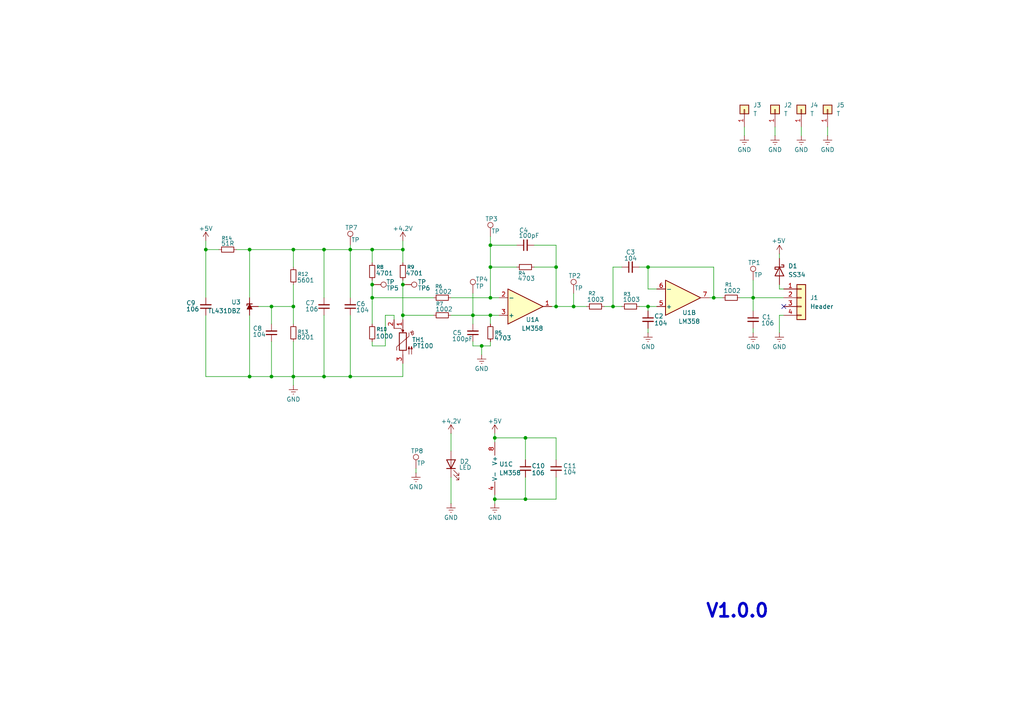
<source format=kicad_sch>
(kicad_sch (version 20250114) (generator "eeschema") (generator_version "9.0")
  (paper "A4")
  (lib_symbols
    (symbol "Amplifier_Operational:LM358" (pin_names (offset 0.127))
      (property "Reference" "U" (at 0 5.08 0))
      (property "Value" "LM358" (at 0 -5.08 0))
      (symbol "LM358_1_1"
        (polyline (pts (xy -5.08 5.08) (xy 5.08 0) (xy -5.08 -5.08) (xy -5.08 5.08)) (stroke (width 0.254)) (fill (type background)))
        (pin input line (at -7.62 2.54 0) (length 2.54) (name "+") (number "3"))
        (pin input line (at -7.62 -2.54 0) (length 2.54) (name "-") (number "2"))
        (pin output line (at 7.62 0 180) (length 2.54) (name "~") (number "1"))
      )
      (symbol "LM358_2_1"
        (polyline (pts (xy -5.08 5.08) (xy 5.08 0) (xy -5.08 -5.08) (xy -5.08 5.08)) (stroke (width 0.254)) (fill (type background)))
        (pin input line (at -7.62 2.54 0) (length 2.54) (name "+") (number "5"))
        (pin input line (at -7.62 -2.54 0) (length 2.54) (name "-") (number "6"))
        (pin output line (at 7.62 0 180) (length 2.54) (name "~") (number "7"))
      )
      (symbol "LM358_3_1"
        (pin power_in line (at -2.54 7.62 270) (length 3.81) (name "V+") (number "8"))
        (pin power_in line (at -2.54 -7.62 90) (length 3.81) (name "V-") (number "4"))
      )
    )
    (symbol "Connector:TestPoint" (pin_numbers (hide yes)) (pin_names (offset 0.762) (hide yes))
      (property "Reference" "TP" (at 0 6.858 0))
      (property "Value" "TestPoint" (at 0 5.08 0))
      (symbol "TestPoint_0_1"
        (circle (center 0 3.302) (radius 0.762))
      )
      (symbol "TestPoint_1_1"
        (pin passive line (at 0 0 90) (length 2.54) (name "1") (number "1"))
      )
    )
    (symbol "Connector_Generic:Conn_01x01" (pin_names (offset 1.016) (hide yes))
      (property "Reference" "J" (at 0 2.54 0))
      (property "Value" "Conn_01x01" (at 0 -2.54 0))
      (symbol "Conn_01x01_1_1"
        (rectangle (start -1.27 1.27) (end 1.27 -1.27) (stroke (width 0.254)) (fill (type background)))
        (rectangle (start -1.27 0.127) (end 0 -0.127) (stroke (width 0.1524)))
        (pin passive line (at -5.08 0 0) (length 3.81) (name "Pin_1") (number "1"))
      )
    )
    (symbol "Connector_Generic:Conn_01x04" (pin_names (offset 1.016) (hide yes))
      (property "Reference" "J" (at 0 5.08 0))
      (property "Value" "Conn_01x04" (at 0 -7.62 0))
      (symbol "Conn_01x04_1_1"
        (rectangle (start -1.27 3.81) (end 1.27 -6.35) (stroke (width 0.254)) (fill (type background)))
        (rectangle (start -1.27 2.667) (end 0 2.413) (stroke (width 0.1524)))
        (rectangle (start -1.27 0.127) (end 0 -0.127) (stroke (width 0.1524)))
        (rectangle (start -1.27 -2.413) (end 0 -2.667) (stroke (width 0.1524)))
        (rectangle (start -1.27 -4.953) (end 0 -5.207) (stroke (width 0.1524)))
        (pin passive line (at -5.08 2.54 0) (length 3.81) (name "Pin_1") (number "1"))
        (pin passive line (at -5.08 0 0) (length 3.81) (name "Pin_2") (number "2"))
        (pin passive line (at -5.08 -2.54 0) (length 3.81) (name "Pin_3") (number "3"))
        (pin passive line (at -5.08 -5.08 0) (length 3.81) (name "Pin_4") (number "4"))
      )
    )
    (symbol "Device:C_Small" (pin_numbers (hide yes)) (pin_names (offset 0.254) (hide yes))
      (property "Reference" "C" (at 0.254 1.778 0))
      (property "Value" "C_Small" (at 0.254 -2.032 0))
      (symbol "C_Small_0_1"
        (polyline (pts (xy -1.524 0.508) (xy 1.524 0.508)) (stroke (width 0.3048)))
        (polyline (pts (xy -1.524 -0.508) (xy 1.524 -0.508)) (stroke (width 0.3302)))
      )
      (symbol "C_Small_1_1"
        (pin passive line (at 0 2.54 270) (length 2.032) (name "~") (number "1"))
        (pin passive line (at 0 -2.54 90) (length 2.032) (name "~") (number "2"))
      )
    )
    (symbol "Device:LED" (pin_numbers (hide yes)) (pin_names (offset 1.016) (hide yes))
      (property "Reference" "D" (at 0 2.54 0))
      (property "Value" "LED" (at 0 -2.54 0))
      (symbol "LED_0_1"
        (polyline (pts (xy -3.048 -0.762) (xy -4.572 -2.286) (xy -3.81 -2.286) (xy -4.572 -2.286) (xy -4.572 -1.524)))
        (polyline (pts (xy -1.778 -0.762) (xy -3.302 -2.286) (xy -2.54 -2.286) (xy -3.302 -2.286) (xy -3.302 -1.524)))
        (polyline (pts (xy -1.27 0) (xy 1.27 0)))
        (polyline (pts (xy -1.27 -1.27) (xy -1.27 1.27)) (stroke (width 0.254)))
        (polyline (pts (xy 1.27 -1.27) (xy 1.27 1.27) (xy -1.27 0) (xy 1.27 -1.27)) (stroke (width 0.254)))
      )
      (symbol "LED_1_1"
        (pin passive line (at -3.81 0 0) (length 2.54) (name "K") (number "1"))
        (pin passive line (at 3.81 0 180) (length 2.54) (name "A") (number "2"))
      )
    )
    (symbol "Device:R_Small" (pin_numbers (hide yes)) (pin_names (offset 0.254) (hide yes))
      (property "Reference" "R" (at 0 0 90))
      (property "Value" "R_Small" (at 1.778 0 90))
      (symbol "R_Small_0_1"
        (rectangle (start -0.762 1.778) (end 0.762 -1.778) (stroke (width 0.2032)))
      )
      (symbol "R_Small_1_1"
        (pin passive line (at 0 2.54 270) (length 0.762) (name "~") (number "1"))
        (pin passive line (at 0 -2.54 90) (length 0.762) (name "~") (number "2"))
      )
    )
    (symbol "Device:Thermistor_PTC_3Wire" (pin_names (offset 0))
      (property "Reference" "TH" (at 1.905 1.27 0))
      (property "Value" "Thermistor_PTC_3Wire" (at 1.905 -1.27 0))
      (symbol "Thermistor_PTC_3Wire_0_1"
        (arc (start -3.175 2.413) (mid -3.0506 2.3165) (end -3.048 2.159))
        (arc (start -3.048 2.794) (mid -2.9736 2.9736) (end -2.794 3.048))
        (arc (start -2.794 3.048) (mid -2.6144 2.9736) (end -2.54 2.794))
        (arc (start -2.794 2.54) (mid -2.9736 2.6144) (end -3.048 2.794))
        (arc (start -2.794 1.905) (mid -2.9736 1.9794) (end -3.048 2.159))
        (arc (start -2.54 2.159) (mid -2.6144 1.9794) (end -2.794 1.905))
        (arc (start -2.159 2.794) (mid -2.434 2.5608) (end -2.794 2.54))
        (polyline (pts (xy -2.54 2.159) (xy -2.54 2.794)))
        (polyline (pts (xy -2.54 -3.683) (xy -2.54 -1.397) (xy -2.794 -2.159) (xy -2.286 -2.159) (xy -2.54 -1.397) (xy -2.54 -1.651)) (fill (type outline)))
        (polyline (pts (xy -1.778 2.54) (xy -1.778 1.524) (xy 1.778 -1.524) (xy 1.778 -2.54)))
        (polyline (pts (xy -1.778 -3.683) (xy -1.778 -1.397) (xy -2.032 -2.159) (xy -1.524 -2.159) (xy -1.778 -1.397) (xy -1.778 -1.651)) (fill (type outline)))
        (rectangle (start -1.016 2.54) (end 1.016 -2.54) (stroke (width 0.254)))
        (polyline (pts (xy 0 3.81) (xy 0 2.54)))
        (circle (center 0 3.175) (radius 0.2794) (fill (type outline)))
        (polyline (pts (xy 0 -3.81) (xy 0 -2.54)))
        (polyline (pts (xy 2.54 3.81) (xy 0.635 3.81) (xy 0 3.175)))
      )
      (symbol "Thermistor_PTC_3Wire_1_1"
        (pin passive line (at 0 6.35 270) (length 2.54) (name "~") (number "1"))
        (pin passive line (at 0 -6.35 90) (length 2.54) (name "~") (number "3"))
        (pin passive line (at 2.54 6.35 270) (length 2.54) (name "~") (number "2"))
      )
    )
    (symbol "Diode:SS34" (pin_numbers (hide yes)) (pin_names (offset 1.016) (hide yes))
      (property "Reference" "D" (at 0 2.54 0))
      (property "Value" "SS34" (at 0 -2.54 0))
      (symbol "SS34_0_1"
        (polyline (pts (xy -1.905 0.635) (xy -1.905 1.27) (xy -1.27 1.27) (xy -1.27 -1.27) (xy -0.635 -1.27) (xy -0.635 -0.635)) (stroke (width 0.254)))
        (polyline (pts (xy 1.27 1.27) (xy 1.27 -1.27) (xy -1.27 0) (xy 1.27 1.27)) (stroke (width 0.254)))
        (polyline (pts (xy 1.27 0) (xy -1.27 0)))
      )
      (symbol "SS34_1_1"
        (pin passive line (at -3.81 0 0) (length 2.54) (name "K") (number "1"))
        (pin passive line (at 3.81 0 180) (length 2.54) (name "A") (number "2"))
      )
    )
    (symbol "Reference_Voltage:TL431DBZ" (pin_numbers (hide yes)) (pin_names (hide yes))
      (property "Reference" "U3" (at 1.2701 -2.54 90))
      (property "Value" "TL431DBZ" (at -1.2699 -2.54 90))
      (symbol "TL431DBZ_0_1"
        (polyline (pts (xy -1.27 0) (xy 0 0) (xy 1.27 0)))
        (polyline (pts (xy -0.762 -0.762) (xy -0.762 0.762) (xy 0.762 0) (xy -0.762 -0.762)) (fill (type outline)))
        (polyline (pts (xy 0.254 -0.762) (xy 0.762 -0.762) (xy 0.762 0.762) (xy 0.762 0.762)) (stroke (width 0.254)))
      )
      (symbol "TL431DBZ_1_1"
        (pin passive line (at -2.54 0 0) (length 2.54) (name "A") (number "3"))
        (pin passive line (at 0 2.54 270) (length 2.54) (name "REF") (number "1"))
        (pin passive line (at 2.54 0 180) (length 2.54) (name "K") (number "2"))
      )
    )
    (symbol "power:+5V" (power) (pin_numbers (hide yes)) (pin_names (offset 0) (hide yes))
      (property "Value" "+5V" (at 0 3.556 0))
      (symbol "+5V_0_1"
        (polyline (pts (xy -0.762 1.27) (xy 0 2.54)))
        (polyline (pts (xy 0 2.54) (xy 0.762 1.27)))
        (polyline (pts (xy 0 0) (xy 0 2.54)))
      )
      (symbol "+5V_1_1"
        (pin power_in line (at 0 0 90) (length 0) (name "~") (number "1"))
      )
    )
    (symbol "power:Earth" (power) (pin_numbers (hide yes)) (pin_names (offset 0) (hide yes))
      (property "Value" "Earth" (at 0 -3.81 0))
      (symbol "Earth_0_1"
        (polyline (pts (xy -0.635 -1.905) (xy 0.635 -1.905)))
        (polyline (pts (xy -0.127 -2.54) (xy 0.127 -2.54)))
        (polyline (pts (xy 0 -1.27) (xy 0 0)))
        (polyline (pts (xy 1.27 -1.27) (xy -1.27 -1.27)))
      )
      (symbol "Earth_1_1"
        (pin power_in line (at 0 0 270) (length 0) (name "~") (number "1"))
      )
    )
  )
  (text "V1.0.0" (at 213.868 177.292 0) (effects (font (size 3.81 3.81) (thickness 0.762) (bold yes))))
  (text "PT100 ºãÑ¹µçÇÅµ÷ÀíµçÂ·" (at 213.868 170.18 0) (effects (font (size 3.81 3.81) (thickness 0.762) (bold yes))))
  (junction (at 143.51 127))
  (junction (at 142.24 71.12))
  (junction (at 116.84 72.39))
  (junction (at 142.24 77.47))
  (junction (at 142.24 86.36))
  (junction (at 166.37 88.9))
  (junction (at 142.24 91.44))
  (junction (at 187.96 77.47))
  (junction (at 107.95 82.55))
  (junction (at 187.96 88.9))
  (junction (at 116.84 91.44))
  (junction (at 137.16 91.44))
  (junction (at 116.84 82.55))
  (junction (at 85.09 88.9))
  (junction (at 101.6 109.22))
  (junction (at 152.4 144.78))
  (junction (at 143.51 144.78))
  (junction (at 139.7 100.33))
  (junction (at 93.98 72.39))
  (junction (at 152.4 127))
  (junction (at 72.39 72.39))
  (junction (at 85.09 109.22))
  (junction (at 78.74 109.22))
  (junction (at 207.01 86.36))
  (junction (at 93.98 109.22))
  (junction (at 161.29 77.47))
  (junction (at 101.6 72.39))
  (junction (at 78.74 88.9))
  (junction (at 218.44 86.36))
  (junction (at 72.39 109.22))
  (junction (at 107.95 72.39))
  (junction (at 59.69 72.39))
  (junction (at 161.29 88.9))
  (junction (at 177.8 88.9))
  (junction (at 107.95 86.36))
  (junction (at 85.09 72.39))
  (no_connect (at 227.33 88.9))
  (wire (pts (xy 142.24 68.58) (xy 142.24 71.12)))
  (wire (pts (xy 116.84 91.44) (xy 125.73 91.44)))
  (wire (pts (xy 78.74 93.98) (xy 78.74 88.9)))
  (wire (pts (xy 142.24 77.47) (xy 149.86 77.47)))
  (wire (pts (xy 111.76 91.44) (xy 114.3 91.44)))
  (wire (pts (xy 161.29 71.12) (xy 161.29 77.47)))
  (wire (pts (xy 130.81 91.44) (xy 137.16 91.44)))
  (wire (pts (xy 143.51 125.73) (xy 143.51 127)))
  (wire (pts (xy 72.39 91.44) (xy 72.39 109.22)))
  (wire (pts (xy 130.81 125.73) (xy 130.81 130.81)))
  (wire (pts (xy 152.4 127) (xy 152.4 133.35)))
  (wire (pts (xy 226.06 73.66) (xy 226.06 74.93)))
  (wire (pts (xy 161.29 88.9) (xy 166.37 88.9)))
  (wire (pts (xy 107.95 86.36) (xy 125.73 86.36)))
  (wire (pts (xy 209.55 86.36) (xy 207.01 86.36)))
  (wire (pts (xy 143.51 127) (xy 143.51 128.27)))
  (wire (pts (xy 107.95 81.28) (xy 107.95 82.55)))
  (wire (pts (xy 72.39 72.39) (xy 85.09 72.39)))
  (wire (pts (xy 161.29 138.43) (xy 161.29 144.78)))
  (wire (pts (xy 78.74 99.06) (xy 78.74 109.22)))
  (wire (pts (xy 214.63 86.36) (xy 218.44 86.36)))
  (wire (pts (xy 116.84 105.41) (xy 116.84 109.22)))
  (wire (pts (xy 93.98 109.22) (xy 101.6 109.22)))
  (wire (pts (xy 107.95 76.2) (xy 107.95 72.39)))
  (wire (pts (xy 161.29 77.47) (xy 161.29 88.9)))
  (wire (pts (xy 93.98 72.39) (xy 101.6 72.39)))
  (wire (pts (xy 120.65 137.16) (xy 120.65 135.89)))
  (wire (pts (xy 187.96 77.47) (xy 207.01 77.47)))
  (wire (pts (xy 101.6 86.36) (xy 101.6 72.39)))
  (wire (pts (xy 166.37 88.9) (xy 170.18 88.9)))
  (wire (pts (xy 116.84 69.85) (xy 116.84 72.39)))
  (wire (pts (xy 224.79 39.37) (xy 224.79 36.83)))
  (wire (pts (xy 175.26 88.9) (xy 177.8 88.9)))
  (wire (pts (xy 107.95 82.55) (xy 107.95 86.36)))
  (wire (pts (xy 85.09 77.47) (xy 85.09 72.39)))
  (wire (pts (xy 101.6 91.44) (xy 101.6 109.22)))
  (wire (pts (xy 187.96 95.25) (xy 187.96 96.52)))
  (wire (pts (xy 93.98 91.44) (xy 93.98 109.22)))
  (wire (pts (xy 142.24 100.33) (xy 142.24 99.06)))
  (wire (pts (xy 142.24 91.44) (xy 144.78 91.44)))
  (wire (pts (xy 139.7 102.87) (xy 139.7 100.33)))
  (wire (pts (xy 142.24 77.47) (xy 142.24 71.12)))
  (wire (pts (xy 116.84 81.28) (xy 116.84 82.55)))
  (wire (pts (xy 137.16 93.98) (xy 137.16 91.44)))
  (wire (pts (xy 218.44 95.25) (xy 218.44 96.52)))
  (wire (pts (xy 226.06 96.52) (xy 226.06 91.44)))
  (wire (pts (xy 137.16 99.06) (xy 137.16 100.33)))
  (wire (pts (xy 72.39 86.36) (xy 72.39 72.39)))
  (wire (pts (xy 232.41 39.37) (xy 232.41 36.83)))
  (wire (pts (xy 215.9 39.37) (xy 215.9 36.83)))
  (wire (pts (xy 111.76 91.44) (xy 111.76 100.33)))
  (wire (pts (xy 116.84 91.44) (xy 116.84 92.71)))
  (wire (pts (xy 59.69 72.39) (xy 63.5 72.39)))
  (wire (pts (xy 160.02 88.9) (xy 161.29 88.9)))
  (wire (pts (xy 218.44 86.36) (xy 227.33 86.36)))
  (wire (pts (xy 226.06 91.44) (xy 227.33 91.44)))
  (wire (pts (xy 59.69 109.22) (xy 72.39 109.22)))
  (wire (pts (xy 187.96 88.9) (xy 190.5 88.9)))
  (wire (pts (xy 130.81 146.05) (xy 130.81 138.43)))
  (wire (pts (xy 154.94 77.47) (xy 161.29 77.47)))
  (wire (pts (xy 85.09 111.76) (xy 85.09 109.22)))
  (wire (pts (xy 116.84 72.39) (xy 116.84 76.2)))
  (wire (pts (xy 85.09 109.22) (xy 93.98 109.22)))
  (wire (pts (xy 185.42 77.47) (xy 187.96 77.47)))
  (wire (pts (xy 85.09 99.06) (xy 85.09 109.22)))
  (wire (pts (xy 59.69 91.44) (xy 59.69 109.22)))
  (wire (pts (xy 78.74 88.9) (xy 85.09 88.9)))
  (wire (pts (xy 101.6 71.12) (xy 101.6 72.39)))
  (wire (pts (xy 143.51 127) (xy 152.4 127)))
  (wire (pts (xy 205.74 86.36) (xy 207.01 86.36)))
  (wire (pts (xy 161.29 127) (xy 161.29 133.35)))
  (wire (pts (xy 72.39 109.22) (xy 78.74 109.22)))
  (wire (pts (xy 143.51 144.78) (xy 152.4 144.78)))
  (wire (pts (xy 116.84 82.55) (xy 116.84 91.44)))
  (wire (pts (xy 107.95 100.33) (xy 111.76 100.33)))
  (wire (pts (xy 107.95 99.06) (xy 107.95 100.33)))
  (wire (pts (xy 137.16 100.33) (xy 139.7 100.33)))
  (wire (pts (xy 177.8 77.47) (xy 180.34 77.47)))
  (wire (pts (xy 144.78 86.36) (xy 142.24 86.36)))
  (wire (pts (xy 85.09 72.39) (xy 93.98 72.39)))
  (wire (pts (xy 152.4 144.78) (xy 161.29 144.78)))
  (wire (pts (xy 139.7 100.33) (xy 142.24 100.33)))
  (wire (pts (xy 59.69 69.85) (xy 59.69 72.39)))
  (wire (pts (xy 142.24 77.47) (xy 142.24 86.36)))
  (wire (pts (xy 143.51 146.05) (xy 143.51 144.78)))
  (wire (pts (xy 152.4 138.43) (xy 152.4 144.78)))
  (wire (pts (xy 78.74 109.22) (xy 85.09 109.22)))
  (wire (pts (xy 187.96 77.47) (xy 187.96 83.82)))
  (wire (pts (xy 187.96 88.9) (xy 187.96 90.17)))
  (wire (pts (xy 137.16 85.09) (xy 137.16 91.44)))
  (wire (pts (xy 226.06 82.55) (xy 226.06 83.82)))
  (wire (pts (xy 85.09 82.55) (xy 85.09 88.9)))
  (wire (pts (xy 240.03 39.37) (xy 240.03 36.83)))
  (wire (pts (xy 218.44 86.36) (xy 218.44 90.17)))
  (wire (pts (xy 177.8 88.9) (xy 180.34 88.9)))
  (wire (pts (xy 137.16 91.44) (xy 142.24 91.44)))
  (wire (pts (xy 85.09 88.9) (xy 85.09 93.98)))
  (wire (pts (xy 166.37 85.09) (xy 166.37 88.9)))
  (wire (pts (xy 107.95 86.36) (xy 107.95 93.98)))
  (wire (pts (xy 101.6 109.22) (xy 116.84 109.22)))
  (wire (pts (xy 142.24 93.98) (xy 142.24 91.44)))
  (wire (pts (xy 143.51 144.78) (xy 143.51 143.51)))
  (wire (pts (xy 107.95 72.39) (xy 116.84 72.39)))
  (wire (pts (xy 93.98 86.36) (xy 93.98 72.39)))
  (wire (pts (xy 154.94 71.12) (xy 161.29 71.12)))
  (wire (pts (xy 114.3 91.44) (xy 114.3 92.71)))
  (wire (pts (xy 226.06 83.82) (xy 227.33 83.82)))
  (wire (pts (xy 190.5 83.82) (xy 187.96 83.82)))
  (wire (pts (xy 59.69 86.36) (xy 59.69 72.39)))
  (wire (pts (xy 130.81 86.36) (xy 142.24 86.36)))
  (wire (pts (xy 142.24 71.12) (xy 149.86 71.12)))
  (wire (pts (xy 101.6 72.39) (xy 107.95 72.39)))
  (wire (pts (xy 68.58 72.39) (xy 72.39 72.39)))
  (wire (pts (xy 152.4 127) (xy 161.29 127)))
  (wire (pts (xy 218.44 81.28) (xy 218.44 86.36)))
  (wire (pts (xy 185.42 88.9) (xy 187.96 88.9)))
  (wire (pts (xy 207.01 77.47) (xy 207.01 86.36)))
  (wire (pts (xy 177.8 88.9) (xy 177.8 77.47)))
  (wire (pts (xy 74.93 88.9) (xy 78.74 88.9)))
  (symbol (lib_id "Device:R_Small") (at 152.4 77.47 90) (unit 1)
    (property "Reference" "R4" (at 151.384 79.248 90) (effects (font (size 1.016 1.016))))
    (property "Value" "4703" (at 152.654 80.772 90))
    (property "Footprint" "Resistor_SMD:R_0805_2012Metric_Pad1.20x1.40mm_HandSolder" (effects (hide yes)))
    (property "Description" "Resistor, small symbol" (effects (hide yes)))
  )
  (symbol (lib_id "Device:R_Small") (at 142.24 96.52 180) (unit 1)
    (property "Reference" "R5" (at 144.526 96.52 0) (effects (font (size 1.016 1.016))))
    (property "Value" "4703" (at 145.796 98.044 0))
    (property "Footprint" "Resistor_SMD:R_0805_2012Metric_Pad1.20x1.40mm_HandSolder" (effects (hide yes)))
    (property "Description" "Resistor, small symbol" (effects (hide yes)))
  )
  (symbol (lib_id "Connector_Generic:Conn_01x01") (at 240.03 31.75 90) (unit 1)
    (property "Reference" "J5" (at 242.57 30.4799 90) (effects (justify right)))
    (property "Value" "T" (at 242.57 33.0199 90) (effects (justify right)))
    (property "Footprint" "MountingHole:MountingHole_3.2mm_M3_DIN965_Pad" (effects (hide yes)))
    (property "Description" "Generic connector, single row, 01x01, script generated (kicad-library-utils/schlib/autogen/connector/)" (effects (hide yes)))
  )
  (symbol (lib_id "Device:C_Small") (at 152.4 71.12 90) (unit 1)
    (property "Reference" "C4" (at 151.892 66.802 90))
    (property "Value" "100pF" (at 153.416 68.326 90))
    (property "Footprint" "Capacitor_SMD:C_0805_2012Metric_Pad1.18x1.45mm_HandSolder" (effects (hide yes)))
    (property "Description" "Unpolarized capacitor, small symbol" (effects (hide yes)))
  )
  (symbol (lib_id "power:Earth") (at 232.41 39.37 0) (unit 1)
    (property "Reference" "#PWR016" (effects (hide yes)))
    (property "Value" "GND" (at 232.41 43.434 0))
    (property "Description" "Power symbol creates a global label with name \"Earth\"" (effects (hide yes)))
  )
  (symbol (lib_id "Device:R_Small") (at 212.09 86.36 90) (unit 1)
    (property "Reference" "R1" (at 211.328 82.55 90) (effects (font (size 1.016 1.016))))
    (property "Value" "1002" (at 212.344 84.328 90))
    (property "Footprint" "Resistor_SMD:R_0805_2012Metric_Pad1.20x1.40mm_HandSolder" (effects (hide yes)))
    (property "Description" "Resistor, small symbol" (effects (hide yes)))
  )
  (symbol (lib_id "Device:C_Small") (at 101.6 88.9 180) (unit 1)
    (property "Reference" "C6" (at 104.648 88.138 0))
    (property "Value" "104" (at 105.156 89.916 0))
    (property "Footprint" "Capacitor_SMD:C_0805_2012Metric_Pad1.18x1.45mm_HandSolder" (effects (hide yes)))
    (property "Description" "Unpolarized capacitor, small symbol" (effects (hide yes)))
  )
  (symbol (lib_id "power:+5V") (at 130.81 125.73 0) (unit 1)
    (property "Reference" "#PWR011" (effects (hide yes)))
    (property "Value" "+4.2V" (at 130.81 122.174 0))
    (property "Description" "Power symbol creates a global label with name \"+5V\"" (effects (hide yes)))
  )
  (symbol (lib_id "Connector:TestPoint") (at 101.6 71.12 0) (unit 1)
    (property "Reference" "TP7" (at 100.076 66.04 0) (effects (justify left)))
    (property "Value" "TP" (at 101.854 69.596 0) (effects (justify left)))
    (property "Footprint" "Connector_PinSocket_2.54mm:PinSocket_1x01_P2.54mm_Vertical" (effects (hide yes)))
    (property "Description" "test point" (effects (hide yes)))
  )
  (symbol (lib_id "Connector:TestPoint") (at 142.24 68.58 0) (unit 1)
    (property "Reference" "TP3" (at 140.716 63.5 0) (effects (justify left)))
    (property "Value" "TP" (at 142.494 67.056 0) (effects (justify left)))
    (property "Footprint" "Connector_PinSocket_2.54mm:PinSocket_1x01_P2.54mm_Vertical" (effects (hide yes)))
    (property "Description" "test point" (effects (hide yes)))
  )
  (symbol (lib_id "Device:R_Small") (at 107.95 78.74 180) (unit 1)
    (property "Reference" "R8" (at 110.236 77.47 0) (effects (font (size 1.016 1.016))))
    (property "Value" "4701" (at 111.506 79.248 0))
    (property "Footprint" "Resistor_SMD:R_0805_2012Metric_Pad1.20x1.40mm_HandSolder" (effects (hide yes)))
    (property "Description" "Resistor, small symbol" (effects (hide yes)))
  )
  (symbol (lib_id "Device:C_Small") (at 187.96 92.71 0) (unit 1)
    (property "Reference" "C2" (at 189.738 91.694 0) (effects (justify left)))
    (property "Value" "104" (at 189.738 93.726 0) (effects (justify left)))
    (property "Footprint" "Capacitor_SMD:C_0805_2012Metric_Pad1.18x1.45mm_HandSolder" (effects (hide yes)))
    (property "Description" "Unpolarized capacitor, small symbol" (effects (hide yes)))
  )
  (symbol (lib_id "Device:R_Small") (at 107.95 96.52 180) (unit 1)
    (property "Reference" "R10" (at 110.744 95.504 0) (effects (font (size 1.016 1.016))))
    (property "Value" "1000" (at 111.506 97.536 0))
    (property "Footprint" "Resistor_SMD:R_0805_2012Metric_Pad1.20x1.40mm_HandSolder" (effects (hide yes)))
    (property "Description" "Resistor, small symbol" (effects (hide yes)))
  )
  (symbol (lib_id "Device:R_Small") (at 182.88 88.9 90) (unit 1)
    (property "Reference" "R3" (at 181.864 85.344 90) (effects (font (size 1.016 1.016))))
    (property "Value" "1003" (at 183.134 86.868 90))
    (property "Footprint" "Resistor_SMD:R_0805_2012Metric_Pad1.20x1.40mm_HandSolder" (effects (hide yes)))
    (property "Description" "Resistor, small symbol" (effects (hide yes)))
  )
  (symbol (lib_id "Device:C_Small") (at 218.44 92.71 0) (unit 1)
    (property "Reference" "C1" (at 220.98 91.948 0) (effects (justify left)))
    (property "Value" "106" (at 220.726 93.726 0) (effects (justify left)))
    (property "Footprint" "Capacitor_SMD:C_0805_2012Metric_Pad1.18x1.45mm_HandSolder" (effects (hide yes)))
    (property "Description" "Unpolarized capacitor, small symbol" (effects (hide yes)))
  )
  (symbol (lib_id "Device:C_Small") (at 182.88 77.47 90) (unit 1)
    (property "Reference" "C3" (at 182.88 73.152 90))
    (property "Value" "104" (at 182.88 74.93 90))
    (property "Footprint" "Capacitor_SMD:C_0805_2012Metric_Pad1.18x1.45mm_HandSolder" (effects (hide yes)))
    (property "Description" "Unpolarized capacitor, small symbol" (effects (hide yes)))
  )
  (symbol (lib_id "Device:R_Small") (at 128.27 86.36 90) (unit 1)
    (property "Reference" "R6" (at 127.254 83.058 90) (effects (font (size 1.016 1.016))))
    (property "Value" "1002" (at 128.524 84.582 90))
    (property "Footprint" "Resistor_SMD:R_0805_2012Metric_Pad1.20x1.40mm_HandSolder" (effects (hide yes)))
    (property "Description" "Resistor, small symbol" (effects (hide yes)))
  )
  (symbol (lib_id "Connector:TestPoint") (at 166.37 85.09 0) (unit 1)
    (property "Reference" "TP2" (at 164.846 80.01 0) (effects (justify left)))
    (property "Value" "TP" (at 166.624 83.566 0) (effects (justify left)))
    (property "Footprint" "Connector_PinSocket_2.54mm:PinSocket_1x01_P2.54mm_Vertical" (effects (hide yes)))
    (property "Description" "test point" (effects (hide yes)))
  )
  (symbol (lib_id "power:Earth") (at 224.79 39.37 0) (unit 1)
    (property "Reference" "#PWR015" (effects (hide yes)))
    (property "Value" "GND" (at 224.79 43.434 0))
    (property "Description" "Power symbol creates a global label with name \"Earth\"" (effects (hide yes)))
  )
  (symbol (lib_id "Device:R_Small") (at 85.09 80.01 180) (unit 1)
    (property "Reference" "R12" (at 87.884 79.502 0) (effects (font (size 1.016 1.016))))
    (property "Value" "5601" (at 88.646 81.28 0))
    (property "Footprint" "Resistor_SMD:R_0805_2012Metric_Pad1.20x1.40mm_HandSolder" (effects (hide yes)))
    (property "Description" "Resistor, small symbol" (effects (hide yes)))
  )
  (symbol (lib_id "power:Earth") (at 143.51 146.05 0) (unit 1)
    (property "Reference" "#PWR08" (effects (hide yes)))
    (property "Value" "GND" (at 143.51 150.114 0))
    (property "Description" "Power symbol creates a global label with name \"Earth\"" (effects (hide yes)))
  )
  (symbol (lib_id "power:Earth") (at 187.96 96.52 0) (unit 1)
    (property "Reference" "#PWR01" (effects (hide yes)))
    (property "Value" "GND" (at 187.96 100.584 0))
    (property "Description" "Power symbol creates a global label with name \"Earth\"" (effects (hide yes)))
  )
  (symbol (lib_id "Diode:SS34") (at 226.06 78.74 270) (unit 1)
    (property "Reference" "D1" (at 228.6 77.1524 90) (effects (justify left)))
    (property "Value" "SS34" (at 228.6 79.6924 90) (effects (justify left)))
    (property "Footprint" "Diode_SMD:D_SMA" (effects (hide yes)))
    (property "Datasheet" "https://www.vishay.com/docs/88751/ss32.pdf" (effects (hide yes)))
    (property "Description" "40V 3A Schottky Diode, SMA" (effects (hide yes)))
  )
  (symbol (lib_id "Connector:TestPoint") (at 137.16 85.09 0) (unit 1)
    (property "Reference" "TP4" (at 137.922 81.026 0) (effects (justify left)))
    (property "Value" "TP" (at 137.922 83.058 0) (effects (justify left)))
    (property "Footprint" "Connector_PinSocket_2.54mm:PinSocket_1x01_P2.54mm_Vertical" (effects (hide yes)))
    (property "Description" "test point" (effects (hide yes)))
  )
  (symbol (lib_id "Connector_Generic:Conn_01x01") (at 215.9 31.75 90) (unit 1)
    (property "Reference" "J3" (at 218.44 30.4799 90) (effects (justify right)))
    (property "Value" "T" (at 218.44 33.0199 90) (effects (justify right)))
    (property "Footprint" "MountingHole:MountingHole_3.2mm_M3_DIN965_Pad" (effects (hide yes)))
    (property "Description" "Generic connector, single row, 01x01, script generated (kicad-library-utils/schlib/autogen/connector/)" (effects (hide yes)))
  )
  (symbol (lib_id "Device:C_Small") (at 59.69 88.9 180) (unit 1)
    (property "Reference" "C9" (at 55.372 87.884 0))
    (property "Value" "106" (at 55.88 89.662 0))
    (property "Footprint" "Capacitor_SMD:C_0805_2012Metric_Pad1.18x1.45mm_HandSolder" (effects (hide yes)))
    (property "Description" "Unpolarized capacitor, small symbol" (effects (hide yes)))
  )
  (symbol (lib_id "power:Earth") (at 226.06 96.52 0) (unit 1)
    (property "Reference" "#PWR010" (effects (hide yes)))
    (property "Value" "GND" (at 226.06 100.584 0))
    (property "Description" "Power symbol creates a global label with name \"Earth\"" (effects (hide yes)))
  )
  (symbol (lib_id "Device:C_Small") (at 93.98 88.9 180) (unit 1)
    (property "Reference" "C7" (at 89.916 87.884 0))
    (property "Value" "106" (at 90.424 89.662 0))
    (property "Footprint" "Capacitor_SMD:C_0805_2012Metric_Pad1.18x1.45mm_HandSolder" (effects (hide yes)))
    (property "Description" "Unpolarized capacitor, small symbol" (effects (hide yes)))
  )
  (symbol (lib_id "Connector:TestPoint") (at 120.65 135.89 0) (unit 1)
    (property "Reference" "TP8" (at 119.126 130.81 0) (effects (justify left)))
    (property "Value" "TP" (at 120.904 134.366 0) (effects (justify left)))
    (property "Footprint" "Connector_PinSocket_2.54mm:PinSocket_1x01_P2.54mm_Vertical" (effects (hide yes)))
    (property "Description" "test point" (effects (hide yes)))
  )
  (symbol (lib_id "power:Earth") (at 85.09 111.76 0) (unit 1)
    (property "Reference" "#PWR04" (effects (hide yes)))
    (property "Value" "GND" (at 85.09 115.824 0))
    (property "Description" "Power symbol creates a global label with name \"Earth\"" (effects (hide yes)))
  )
  (symbol (lib_id "Device:C_Small") (at 161.29 135.89 0) (unit 1)
    (property "Reference" "C11" (at 163.322 135.128 0) (effects (justify left)))
    (property "Value" "104" (at 163.322 136.906 0) (effects (justify left)))
    (property "Footprint" "Capacitor_SMD:C_0805_2012Metric_Pad1.18x1.45mm_HandSolder" (effects (hide yes)))
    (property "Description" "Unpolarized capacitor, small symbol" (effects (hide yes)))
  )
  (symbol (lib_id "Amplifier_Operational:LM358") (at 146.05 135.89 0) (unit 3)
    (property "Reference" "U1" (at 144.78 134.62 0) (effects (justify left)))
    (property "Value" "LM358" (at 144.78 137.16 0) (effects (justify left)))
    (property "Footprint" "Package_SO:SOP-8_3.76x4.96mm_P1.27mm" (effects (hide yes)))
    (property "Datasheet" "http://www.ti.com/lit/ds/symlink/lm2904-n.pdf" (effects (hide yes)))
    (property "Description" "Low-Power, Dual Operational Amplifiers, DIP-8/SOIC-8/TO-99-8" (effects (hide yes)))
  )
  (symbol (lib_id "Reference_Voltage:TL431DBZ") (at 72.39 88.9 270) (mirror x) (unit 1)
    (property "Reference" "U3" (at 69.85 87.6299 90) (effects (justify right)))
    (property "Value" "TL431DBZ" (at 69.85 90.1699 90) (effects (justify right)))
    (property "Footprint" "Package_TO_SOT_SMD:SOT-23" (effects (hide yes)))
    (property "Datasheet" "http://www.ti.com/lit/ds/symlink/tl431.pdf" (effects (hide yes)))
    (property "Description" "Shunt Regulator, SOT-23" (effects (hide yes)))
  )
  (symbol (lib_id "Device:C_Small") (at 137.16 96.52 180) (unit 1)
    (property "Reference" "C5" (at 132.588 96.52 0))
    (property "Value" "100pF" (at 134.112 98.298 0))
    (property "Footprint" "Capacitor_SMD:C_0805_2012Metric_Pad1.18x1.45mm_HandSolder" (effects (hide yes)))
    (property "Description" "Unpolarized capacitor, small symbol" (effects (hide yes)))
  )
  (symbol (lib_id "power:Earth") (at 120.65 137.16 0) (unit 1)
    (property "Reference" "#PWR013" (effects (hide yes)))
    (property "Value" "GND" (at 120.65 141.224 0))
    (property "Description" "Power symbol creates a global label with name \"Earth\"" (effects (hide yes)))
  )
  (symbol (lib_id "power:+5V") (at 59.69 69.85 0) (unit 1)
    (property "Reference" "#PWR05" (effects (hide yes)))
    (property "Value" "+5V" (at 59.69 66.294 0))
    (property "Description" "Power symbol creates a global label with name \"+5V\"" (effects (hide yes)))
  )
  (symbol (lib_id "Device:C_Small") (at 152.4 135.89 0) (unit 1)
    (property "Reference" "C10" (at 154.178 135.128 0) (effects (justify left)))
    (property "Value" "106" (at 154.178 137.16 0) (effects (justify left)))
    (property "Footprint" "Capacitor_SMD:C_0805_2012Metric_Pad1.18x1.45mm_HandSolder" (effects (hide yes)))
    (property "Description" "Unpolarized capacitor, small symbol" (effects (hide yes)))
  )
  (symbol (lib_id "Connector_Generic:Conn_01x04") (at 232.41 86.36 0) (unit 1)
    (property "Reference" "J1" (at 234.95 86.3599 0) (effects (justify left)))
    (property "Value" "Header" (at 234.95 88.8999 0) (effects (justify left)))
    (property "Footprint" "Connector_PinSocket_2.54mm:PinSocket_1x04_P2.54mm_Vertical" (effects (hide yes)))
    (property "Description" "Generic connector, single row, 01x04, script generated (kicad-library-utils/schlib/autogen/connector/)" (effects (hide yes)))
  )
  (symbol (lib_id "Device:LED") (at 130.81 134.62 90) (unit 1)
    (property "Reference" "D2" (at 133.35 133.858 90) (effects (justify right)))
    (property "Value" "LED" (at 133.096 135.5726 90) (effects (justify right)))
    (property "Footprint" "LED_SMD:LED_0805_2012Metric_Pad1.15x1.40mm_HandSolder" (effects (hide yes)))
    (property "Description" "Light emitting diode" (effects (hide yes)))
    (property "Sim.Pins" "1=K 2=A" (effects (hide yes)))
  )
  (symbol (lib_id "Device:R_Small") (at 128.27 91.44 90) (unit 1)
    (property "Reference" "R7" (at 127.508 88.138 90) (effects (font (size 1.016 1.016))))
    (property "Value" "1002" (at 128.778 89.662 90))
    (property "Footprint" "Resistor_SMD:R_0805_2012Metric_Pad1.20x1.40mm_HandSolder" (effects (hide yes)))
    (property "Description" "Resistor, small symbol" (effects (hide yes)))
  )
  (symbol (lib_id "power:Earth") (at 139.7 102.87 0) (unit 1)
    (property "Reference" "#PWR03" (effects (hide yes)))
    (property "Value" "GND" (at 139.7 106.934 0))
    (property "Description" "Power symbol creates a global label with name \"Earth\"" (effects (hide yes)))
  )
  (symbol (lib_id "Device:C_Small") (at 78.74 96.52 180) (unit 1)
    (property "Reference" "C8" (at 74.676 95.25 0))
    (property "Value" "104" (at 75.184 97.028 0))
    (property "Footprint" "Capacitor_SMD:C_0805_2012Metric_Pad1.18x1.45mm_HandSolder" (effects (hide yes)))
    (property "Description" "Unpolarized capacitor, small symbol" (effects (hide yes)))
  )
  (symbol (lib_id "Connector:TestPoint") (at 116.84 82.55 270) (unit 1)
    (property "Reference" "TP6" (at 121.158 83.566 90) (effects (justify left)))
    (property "Value" "TP" (at 121.158 81.788 90) (effects (justify left)))
    (property "Footprint" "Connector_PinSocket_2.54mm:PinSocket_1x01_P2.54mm_Vertical" (effects (hide yes)))
    (property "Description" "test point" (effects (hide yes)))
  )
  (symbol (lib_id "Device:Thermistor_PTC_3Wire") (at 116.84 99.06 0) (mirror y) (unit 1)
    (property "Reference" "TH1" (at 123.19 98.552 0) (effects (justify left)))
    (property "Value" "PT100" (at 125.73 100.33 0) (effects (justify left)))
    (property "Footprint" "Connector_PinSocket_2.54mm:PinSocket_1x03_P2.54mm_Vertical" (effects (hide yes)))
    (property "Description" "Temperature dependent resistor, positive temperature coefficient, 3-wire interface" (effects (hide yes)))
  )
  (symbol (lib_id "Device:R_Small") (at 172.72 88.9 90) (unit 1)
    (property "Reference" "R2" (at 171.704 85.09 90) (effects (font (size 1.016 1.016))))
    (property "Value" "1003" (at 172.72 86.868 90))
    (property "Footprint" "Resistor_SMD:R_0805_2012Metric_Pad1.20x1.40mm_HandSolder" (effects (hide yes)))
    (property "Description" "Resistor, small symbol" (effects (hide yes)))
  )
  (symbol (lib_id "power:Earth") (at 215.9 39.37 0) (unit 1)
    (property "Reference" "#PWR014" (effects (hide yes)))
    (property "Value" "GND" (at 215.9 43.434 0))
    (property "Description" "Power symbol creates a global label with name \"Earth\"" (effects (hide yes)))
  )
  (symbol (lib_id "power:+5V") (at 116.84 69.85 0) (unit 1)
    (property "Reference" "#PWR06" (effects (hide yes)))
    (property "Value" "+4.2V" (at 116.84 66.294 0))
    (property "Description" "Power symbol creates a global label with name \"+5V\"" (effects (hide yes)))
  )
  (symbol (lib_id "power:+5V") (at 143.51 125.73 0) (unit 1)
    (property "Reference" "#PWR07" (effects (hide yes)))
    (property "Value" "+5V" (at 143.51 122.174 0))
    (property "Description" "Power symbol creates a global label with name \"+5V\"" (effects (hide yes)))
  )
  (symbol (lib_id "power:Earth") (at 130.81 146.05 0) (unit 1)
    (property "Reference" "#PWR012" (effects (hide yes)))
    (property "Value" "GND" (at 130.81 150.114 0))
    (property "Description" "Power symbol creates a global label with name \"Earth\"" (effects (hide yes)))
  )
  (symbol (lib_id "power:Earth") (at 218.44 96.52 0) (unit 1)
    (property "Reference" "#PWR02" (effects (hide yes)))
    (property "Value" "GND" (at 218.44 100.584 0))
    (property "Description" "Power symbol creates a global label with name \"Earth\"" (effects (hide yes)))
  )
  (symbol (lib_id "Connector:TestPoint") (at 218.44 81.28 0) (unit 1)
    (property "Reference" "TP1" (at 216.916 76.2 0) (effects (justify left)))
    (property "Value" "TP" (at 218.694 79.756 0) (effects (justify left)))
    (property "Footprint" "Connector_PinSocket_2.54mm:PinSocket_1x01_P2.54mm_Vertical" (effects (hide yes)))
    (property "Description" "test point" (effects (hide yes)))
  )
  (symbol (lib_id "Device:R_Small") (at 116.84 78.74 180) (unit 1)
    (property "Reference" "R9" (at 119.126 77.47 0) (effects (font (size 1.016 1.016))))
    (property "Value" "4701" (at 120.142 79.248 0))
    (property "Footprint" "Resistor_SMD:R_0805_2012Metric_Pad1.20x1.40mm_HandSolder" (effects (hide yes)))
    (property "Description" "Resistor, small symbol" (effects (hide yes)))
  )
  (symbol (lib_id "power:+5V") (at 226.06 73.66 0) (unit 1)
    (property "Reference" "#PWR09" (effects (hide yes)))
    (property "Value" "+5V" (at 225.806 69.85 0))
    (property "Description" "Power symbol creates a global label with name \"+5V\"" (effects (hide yes)))
  )
  (symbol (lib_id "Amplifier_Operational:LM358") (at 198.12 86.36 0) (mirror x) (unit 2)
    (property "Reference" "U1" (at 199.898 90.678 0))
    (property "Value" "LM358" (at 199.898 93.218 0))
    (property "Footprint" "Package_SO:SOP-8_3.76x4.96mm_P1.27mm" (effects (hide yes)))
    (property "Datasheet" "http://www.ti.com/lit/ds/symlink/lm2904-n.pdf" (effects (hide yes)))
    (property "Description" "Low-Power, Dual Operational Amplifiers, DIP-8/SOIC-8/TO-99-8" (effects (hide yes)))
  )
  (symbol (lib_id "Connector_Generic:Conn_01x01") (at 224.79 31.75 90) (unit 1)
    (property "Reference" "J2" (at 227.33 30.4799 90) (effects (justify right)))
    (property "Value" "T" (at 227.33 33.0199 90) (effects (justify right)))
    (property "Footprint" "MountingHole:MountingHole_3.2mm_M3_DIN965_Pad" (effects (hide yes)))
    (property "Description" "Generic connector, single row, 01x01, script generated (kicad-library-utils/schlib/autogen/connector/)" (effects (hide yes)))
  )
  (symbol (lib_id "Device:R_Small") (at 66.04 72.39 270) (unit 1)
    (property "Reference" "R14" (at 65.786 69.088 90) (effects (font (size 1.016 1.016))))
    (property "Value" "51R" (at 66.04 70.612 90))
    (property "Footprint" "Resistor_SMD:R_0805_2012Metric_Pad1.20x1.40mm_HandSolder" (effects (hide yes)))
    (property "Description" "Resistor, small symbol" (effects (hide yes)))
  )
  (symbol (lib_id "Connector:TestPoint") (at 107.95 82.55 270) (unit 1)
    (property "Reference" "TP5" (at 112.014 83.566 90) (effects (justify left)))
    (property "Value" "TP" (at 112.014 81.788 90) (effects (justify left)))
    (property "Footprint" "Connector_PinSocket_2.54mm:PinSocket_1x01_P2.54mm_Vertical" (effects (hide yes)))
    (property "Description" "test point" (effects (hide yes)))
  )
  (symbol (lib_id "Amplifier_Operational:LM358") (at 152.4 88.9 0) (mirror x) (unit 1)
    (property "Reference" "U1" (at 154.432 92.71 0))
    (property "Value" "LM358" (at 154.432 95.25 0))
    (property "Footprint" "Package_SO:SOP-8_3.76x4.96mm_P1.27mm" (effects (hide yes)))
    (property "Datasheet" "http://www.ti.com/lit/ds/symlink/lm2904-n.pdf" (effects (hide yes)))
    (property "Description" "Low-Power, Dual Operational Amplifiers, DIP-8/SOIC-8/TO-99-8" (effects (hide yes)))
  )
  (symbol (lib_id "power:Earth") (at 240.03 39.37 0) (unit 1)
    (property "Reference" "#PWR017" (effects (hide yes)))
    (property "Value" "GND" (at 240.03 43.434 0))
    (property "Description" "Power symbol creates a global label with name \"Earth\"" (effects (hide yes)))
  )
  (symbol (lib_id "Connector_Generic:Conn_01x01") (at 232.41 31.75 90) (unit 1)
    (property "Reference" "J4" (at 234.95 30.4799 90) (effects (justify right)))
    (property "Value" "T" (at 234.95 33.0199 90) (effects (justify right)))
    (property "Footprint" "MountingHole:MountingHole_3.2mm_M3_DIN965_Pad" (effects (hide yes)))
    (property "Description" "Generic connector, single row, 01x01, script generated (kicad-library-utils/schlib/autogen/connector/)" (effects (hide yes)))
  )
  (symbol (lib_id "Device:R_Small") (at 85.09 96.52 180) (unit 1)
    (property "Reference" "R13" (at 87.884 96.266 0) (effects (font (size 1.016 1.016))))
    (property "Value" "8201" (at 88.646 97.79 0))
    (property "Footprint" "Resistor_SMD:R_0805_2012Metric_Pad1.20x1.40mm_HandSolder" (effects (hide yes)))
    (property "Description" "Resistor, small symbol" (effects (hide yes)))
  )
)
</source>
